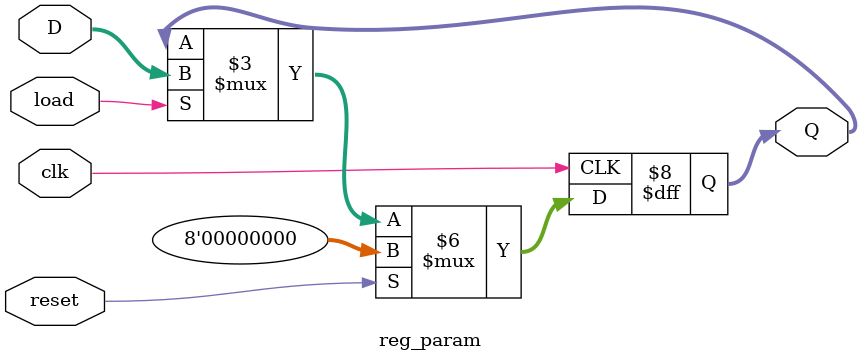
<source format=sv>
`timescale 1ns / 1ps

module reg_param#(parameter N = 8)(
    input logic clk, reset, load,
    input logic [N-1:0] D,
    output logic [N-1:0]Q
    );
    
    always_ff@(posedge clk)
        if (reset)
            Q <= 'b0;
        else if (load)
            Q <= D; 
        else 
            Q <= Q;
endmodule

</source>
